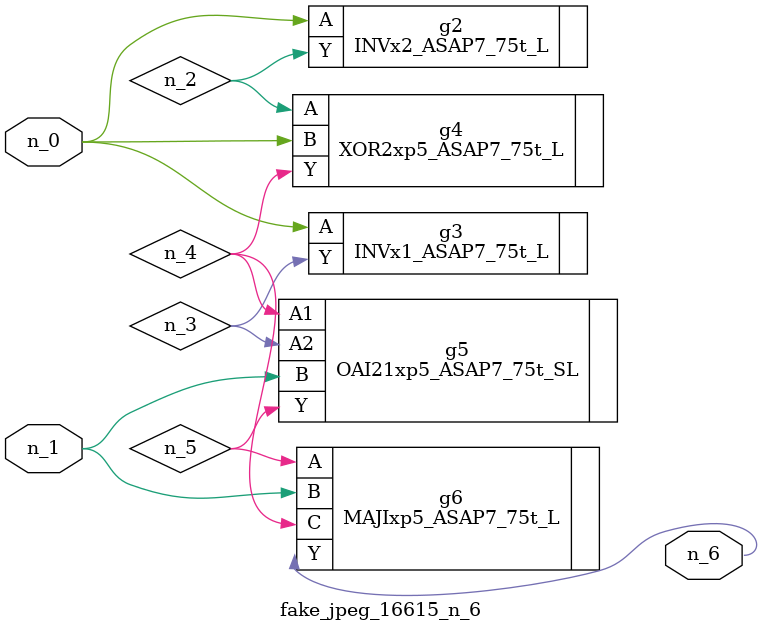
<source format=v>
module fake_jpeg_16615_n_6 (n_0, n_1, n_6);

input n_0;
input n_1;

output n_6;

wire n_3;
wire n_2;
wire n_4;
wire n_5;

INVx2_ASAP7_75t_L g2 ( 
.A(n_0),
.Y(n_2)
);

INVx1_ASAP7_75t_L g3 ( 
.A(n_0),
.Y(n_3)
);

XOR2xp5_ASAP7_75t_L g4 ( 
.A(n_2),
.B(n_0),
.Y(n_4)
);

OAI21xp5_ASAP7_75t_SL g5 ( 
.A1(n_4),
.A2(n_3),
.B(n_1),
.Y(n_5)
);

MAJIxp5_ASAP7_75t_L g6 ( 
.A(n_5),
.B(n_1),
.C(n_4),
.Y(n_6)
);


endmodule
</source>
